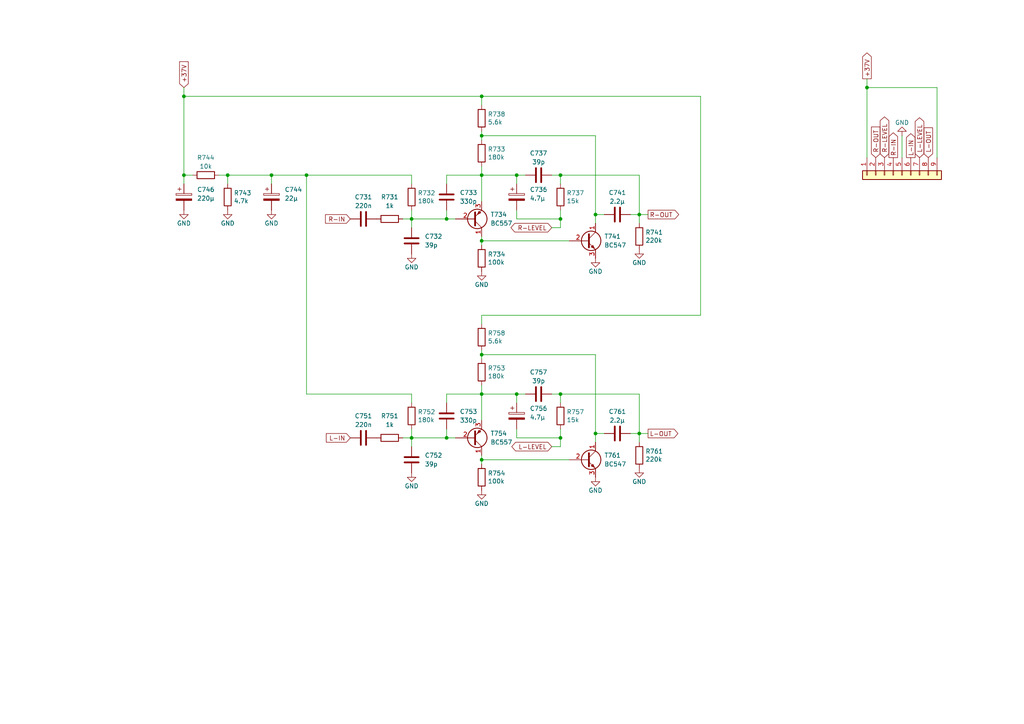
<source format=kicad_sch>
(kicad_sch (version 20230121) (generator eeschema)
  (paper "A4")
  (lib_symbols
    (symbol "Connector_Generic:Conn_01x09" (pin_names (offset 1.016) hide)
      (property "Reference" "J" (at 0 12.7 0))
      (property "Value" "Conn_01x09" (at 0 -12.7 0))
      (symbol "Conn_01x09_1_1"
        (rectangle (start -1.27 -10.033) (end 0 -10.287) (stroke (width 0.1524)))
        (rectangle (start -1.27 -7.493) (end 0 -7.747) (stroke (width 0.1524)))
        (rectangle (start -1.27 -4.953) (end 0 -5.207) (stroke (width 0.1524)))
        (rectangle (start -1.27 -2.413) (end 0 -2.667) (stroke (width 0.1524)))
        (rectangle (start -1.27 0.127) (end 0 -0.127) (stroke (width 0.1524)))
        (rectangle (start -1.27 2.667) (end 0 2.413) (stroke (width 0.1524)))
        (rectangle (start -1.27 5.207) (end 0 4.953) (stroke (width 0.1524)))
        (rectangle (start -1.27 7.747) (end 0 7.493) (stroke (width 0.1524)))
        (rectangle (start -1.27 10.287) (end 0 10.033) (stroke (width 0.1524)))
        (rectangle (start -1.27 11.43) (end 1.27 -11.43) (stroke (width 0.254)) (fill (type background)))
        (pin passive line (at -5.08 10.16 0) (length 3.81) (name "Pin_1") (number "1"))
        (pin passive line (at -5.08 7.62 0) (length 3.81) (name "Pin_2") (number "2"))
        (pin passive line (at -5.08 5.08 0) (length 3.81) (name "Pin_3") (number "3"))
        (pin passive line (at -5.08 2.54 0) (length 3.81) (name "Pin_4") (number "4"))
        (pin passive line (at -5.08 0 0) (length 3.81) (name "Pin_5") (number "5"))
        (pin passive line (at -5.08 -2.54 0) (length 3.81) (name "Pin_6") (number "6"))
        (pin passive line (at -5.08 -5.08 0) (length 3.81) (name "Pin_7") (number "7"))
        (pin passive line (at -5.08 -7.62 0) (length 3.81) (name "Pin_8") (number "8"))
        (pin passive line (at -5.08 -10.16 0) (length 3.81) (name "Pin_9") (number "9"))
      )
    )
    (symbol "Device:C" (pin_numbers hide) (pin_names (offset 0.254))
      (property "Reference" "C" (at 0.635 2.54 0))
      (property "Value" "C" (at 0.635 -2.54 0))
      (symbol "C_0_1"
        (polyline (pts (xy -2.032 -0.762) (xy 2.032 -0.762)) (stroke (width 0.508)))
        (polyline (pts (xy -2.032 0.762) (xy 2.032 0.762)) (stroke (width 0.508)))
      )
      (symbol "C_1_1"
        (pin passive line (at 0 3.81 270) (length 2.794) (name "~") (number "1"))
        (pin passive line (at 0 -3.81 90) (length 2.794) (name "~") (number "2"))
      )
    )
    (symbol "Device:C_Polarized" (pin_numbers hide) (pin_names (offset 0.254))
      (property "Reference" "C" (at 0.635 2.54 0))
      (property "Value" "C_Polarized" (at 0.635 -2.54 0))
      (symbol "C_Polarized_0_1"
        (rectangle (start -2.286 0.508) (end 2.286 1.016))
        (polyline (pts (xy -1.778 2.286) (xy -0.762 2.286)))
        (polyline (pts (xy -1.27 2.794) (xy -1.27 1.778)))
        (rectangle (start 2.286 -0.508) (end -2.286 -1.016) (fill (type outline)))
      )
      (symbol "C_Polarized_1_1"
        (pin passive line (at 0 3.81 270) (length 2.794) (name "~") (number "1"))
        (pin passive line (at 0 -3.81 90) (length 2.794) (name "~") (number "2"))
      )
    )
    (symbol "Device:R" (pin_numbers hide) (pin_names (offset 0))
      (property "Reference" "R" (at 2.032 0 90))
      (property "Value" "R" (at 0 0 90))
      (symbol "R_0_1"
        (rectangle (start -1.016 -2.54) (end 1.016 2.54) (stroke (width 0.254)))
      )
      (symbol "R_1_1"
        (pin passive line (at 0 3.81 270) (length 1.27) (name "~") (number "1"))
        (pin passive line (at 0 -3.81 90) (length 1.27) (name "~") (number "2"))
      )
    )
    (symbol "Transistor_BJT:BC550" (pin_names (offset 0) hide)
      (property "Reference" "Q" (at 5.08 1.905 0))
      (property "Value" "BC550" (at 5.08 0 0))
      (symbol "BC550_0_1"
        (polyline (pts (xy 0 0) (xy 0.635 0)))
        (polyline (pts (xy 0.635 0.635) (xy 2.54 2.54)))
        (polyline (pts (xy 0.635 -0.635) (xy 2.54 -2.54) (xy 2.54 -2.54)))
        (polyline (pts (xy 0.635 1.905) (xy 0.635 -1.905) (xy 0.635 -1.905)) (stroke (width 0.508)))
        (polyline (pts (xy 1.27 -1.778) (xy 1.778 -1.27) (xy 2.286 -2.286) (xy 1.27 -1.778) (xy 1.27 -1.778)) (fill (type outline)))
        (circle (center 1.27 0) (radius 2.8194) (stroke (width 0.254)))
      )
      (symbol "BC550_1_1"
        (pin passive line (at 2.54 5.08 270) (length 2.54) (name "C") (number "1"))
        (pin input line (at -5.08 0 0) (length 5.08) (name "B") (number "2"))
        (pin passive line (at 2.54 -5.08 90) (length 2.54) (name "E") (number "3"))
      )
    )
    (symbol "Transistor_BJT:BC560" (pin_names (offset 0) hide)
      (property "Reference" "Q" (at 5.08 1.905 0))
      (property "Value" "BC560" (at 5.08 0 0))
      (symbol "BC560_0_1"
        (polyline (pts (xy 0.635 0.635) (xy 2.54 2.54)))
        (polyline (pts (xy 0.635 -0.635) (xy 2.54 -2.54) (xy 2.54 -2.54)))
        (polyline (pts (xy 0.635 1.905) (xy 0.635 -1.905) (xy 0.635 -1.905)) (stroke (width 0.508)))
        (polyline (pts (xy 2.286 -1.778) (xy 1.778 -2.286) (xy 1.27 -1.27) (xy 2.286 -1.778) (xy 2.286 -1.778)) (fill (type outline)))
        (circle (center 1.27 0) (radius 2.8194) (stroke (width 0.254)))
      )
      (symbol "BC560_1_1"
        (pin passive line (at 2.54 5.08 270) (length 2.54) (name "C") (number "1"))
        (pin input line (at -5.08 0 0) (length 5.715) (name "B") (number "2"))
        (pin passive line (at 2.54 -5.08 90) (length 2.54) (name "E") (number "3"))
      )
    )
    (symbol "power:GND" (power) (pin_names (offset 0))
      (property "Value" "GND" (at 0 -3.81 0))
      (symbol "GND_0_1"
        (polyline (pts (xy 0 0) (xy 0 -1.27) (xy 1.27 -1.27) (xy 0 -2.54) (xy -1.27 -1.27) (xy 0 -1.27)))
      )
      (symbol "GND_1_1"
        (pin power_in line (at 0 0 270) (length 0) hide (name "GND") (number "1"))
      )
    )
  )
  (junction (at 129.54 63.5))
  (junction (at 139.7 69.85))
  (junction (at 162.56 50.8))
  (junction (at 185.42 62.23))
  (junction (at 119.38 63.5))
  (junction (at 139.7 114.3))
  (junction (at 172.72 125.73))
  (junction (at 66.04 50.8))
  (junction (at 162.56 114.3))
  (junction (at 149.86 50.8))
  (junction (at 172.72 62.23))
  (junction (at 162.56 127))
  (junction (at 185.42 125.73))
  (junction (at 139.7 27.94))
  (junction (at 139.7 39.37))
  (junction (at 129.54 127))
  (junction (at 139.7 133.35))
  (junction (at 88.9 50.8))
  (junction (at 139.7 102.87))
  (junction (at 53.34 50.8))
  (junction (at 162.56 63.5))
  (junction (at 53.34 27.94))
  (junction (at 119.38 127))
  (junction (at 251.46 25.4))
  (junction (at 149.86 114.3))
  (junction (at 139.7 50.8))
  (junction (at 78.74 50.8))
  (wire (pts (xy 129.54 127) (xy 132.08 127)))
  (wire (pts (xy 53.34 50.8) (xy 53.34 53.34)))
  (wire (pts (xy 139.7 132.08) (xy 139.7 133.35)))
  (wire (pts (xy 139.7 114.3) (xy 149.86 114.3)))
  (wire (pts (xy 160.02 129.54) (xy 162.56 129.54)))
  (wire (pts (xy 119.38 127) (xy 119.38 129.54)))
  (wire (pts (xy 119.38 63.5) (xy 119.38 66.04)))
  (wire (pts (xy 139.7 102.87) (xy 139.7 104.14)))
  (wire (pts (xy 172.72 62.23) (xy 175.26 62.23)))
  (wire (pts (xy 149.86 50.8) (xy 149.86 53.34)))
  (wire (pts (xy 172.72 62.23) (xy 172.72 39.37)))
  (wire (pts (xy 162.56 129.54) (xy 162.56 127)))
  (wire (pts (xy 251.46 45.72) (xy 251.46 25.4)))
  (wire (pts (xy 129.54 53.34) (xy 129.54 50.8)))
  (wire (pts (xy 139.7 48.26) (xy 139.7 50.8)))
  (wire (pts (xy 261.62 39.37) (xy 261.62 45.72)))
  (wire (pts (xy 251.46 22.86) (xy 251.46 25.4)))
  (wire (pts (xy 119.38 116.84) (xy 119.38 114.3)))
  (wire (pts (xy 139.7 114.3) (xy 139.7 121.92)))
  (wire (pts (xy 139.7 91.44) (xy 203.2 91.44)))
  (wire (pts (xy 129.54 114.3) (xy 129.54 116.84)))
  (wire (pts (xy 160.02 50.8) (xy 162.56 50.8)))
  (wire (pts (xy 116.84 63.5) (xy 119.38 63.5)))
  (wire (pts (xy 119.38 127) (xy 129.54 127)))
  (wire (pts (xy 203.2 91.44) (xy 203.2 27.94)))
  (wire (pts (xy 162.56 127) (xy 162.56 124.46)))
  (wire (pts (xy 182.88 125.73) (xy 185.42 125.73)))
  (wire (pts (xy 119.38 124.46) (xy 119.38 127)))
  (wire (pts (xy 172.72 125.73) (xy 172.72 102.87)))
  (wire (pts (xy 172.72 102.87) (xy 139.7 102.87)))
  (wire (pts (xy 172.72 64.77) (xy 172.72 62.23)))
  (wire (pts (xy 139.7 69.85) (xy 139.7 68.58)))
  (wire (pts (xy 185.42 114.3) (xy 185.42 125.73)))
  (wire (pts (xy 139.7 30.48) (xy 139.7 27.94)))
  (wire (pts (xy 78.74 53.34) (xy 78.74 50.8)))
  (wire (pts (xy 149.86 127) (xy 162.56 127)))
  (wire (pts (xy 185.42 125.73) (xy 185.42 128.27)))
  (wire (pts (xy 149.86 50.8) (xy 152.4 50.8)))
  (wire (pts (xy 162.56 50.8) (xy 162.56 53.34)))
  (wire (pts (xy 129.54 60.96) (xy 129.54 63.5)))
  (wire (pts (xy 149.86 116.84) (xy 149.86 114.3)))
  (wire (pts (xy 182.88 62.23) (xy 185.42 62.23)))
  (wire (pts (xy 139.7 114.3) (xy 129.54 114.3)))
  (wire (pts (xy 53.34 25.4) (xy 53.34 27.94)))
  (wire (pts (xy 129.54 124.46) (xy 129.54 127)))
  (wire (pts (xy 271.78 25.4) (xy 271.78 45.72)))
  (wire (pts (xy 160.02 66.04) (xy 162.56 66.04)))
  (wire (pts (xy 203.2 27.94) (xy 139.7 27.94)))
  (wire (pts (xy 139.7 101.6) (xy 139.7 102.87)))
  (wire (pts (xy 139.7 133.35) (xy 139.7 134.62)))
  (wire (pts (xy 119.38 50.8) (xy 119.38 53.34)))
  (wire (pts (xy 119.38 114.3) (xy 88.9 114.3)))
  (wire (pts (xy 129.54 50.8) (xy 139.7 50.8)))
  (wire (pts (xy 185.42 50.8) (xy 185.42 62.23)))
  (wire (pts (xy 63.5 50.8) (xy 66.04 50.8)))
  (wire (pts (xy 175.26 125.73) (xy 172.72 125.73)))
  (wire (pts (xy 66.04 50.8) (xy 66.04 53.34)))
  (wire (pts (xy 78.74 50.8) (xy 88.9 50.8)))
  (wire (pts (xy 139.7 27.94) (xy 53.34 27.94)))
  (wire (pts (xy 116.84 127) (xy 119.38 127)))
  (wire (pts (xy 165.1 69.85) (xy 139.7 69.85)))
  (wire (pts (xy 162.56 63.5) (xy 162.56 60.96)))
  (wire (pts (xy 149.86 63.5) (xy 162.56 63.5)))
  (wire (pts (xy 185.42 62.23) (xy 185.42 64.77)))
  (wire (pts (xy 88.9 114.3) (xy 88.9 50.8)))
  (wire (pts (xy 139.7 39.37) (xy 139.7 40.64)))
  (wire (pts (xy 53.34 27.94) (xy 53.34 50.8)))
  (wire (pts (xy 160.02 114.3) (xy 162.56 114.3)))
  (wire (pts (xy 139.7 39.37) (xy 139.7 38.1)))
  (wire (pts (xy 162.56 114.3) (xy 185.42 114.3)))
  (wire (pts (xy 185.42 62.23) (xy 187.96 62.23)))
  (wire (pts (xy 119.38 63.5) (xy 119.38 60.96)))
  (wire (pts (xy 139.7 50.8) (xy 149.86 50.8)))
  (wire (pts (xy 162.56 114.3) (xy 162.56 116.84)))
  (wire (pts (xy 149.86 114.3) (xy 152.4 114.3)))
  (wire (pts (xy 139.7 133.35) (xy 165.1 133.35)))
  (wire (pts (xy 139.7 93.98) (xy 139.7 91.44)))
  (wire (pts (xy 88.9 50.8) (xy 119.38 50.8)))
  (wire (pts (xy 129.54 63.5) (xy 132.08 63.5)))
  (wire (pts (xy 162.56 66.04) (xy 162.56 63.5)))
  (wire (pts (xy 139.7 69.85) (xy 139.7 71.12)))
  (wire (pts (xy 55.88 50.8) (xy 53.34 50.8)))
  (wire (pts (xy 149.86 60.96) (xy 149.86 63.5)))
  (wire (pts (xy 78.74 50.8) (xy 66.04 50.8)))
  (wire (pts (xy 149.86 124.46) (xy 149.86 127)))
  (wire (pts (xy 162.56 50.8) (xy 185.42 50.8)))
  (wire (pts (xy 129.54 63.5) (xy 119.38 63.5)))
  (wire (pts (xy 139.7 50.8) (xy 139.7 58.42)))
  (wire (pts (xy 172.72 125.73) (xy 172.72 128.27)))
  (wire (pts (xy 139.7 111.76) (xy 139.7 114.3)))
  (wire (pts (xy 172.72 39.37) (xy 139.7 39.37)))
  (wire (pts (xy 251.46 25.4) (xy 271.78 25.4)))
  (wire (pts (xy 185.42 125.73) (xy 187.96 125.73)))
  (global_label "L-IN" (shape input) (at 101.6 127 180) (property "Intersheetrefs" "${INTERSHEET_REFS}" (effects hide)))
  (global_label "L-LEVEL" (shape bidirectional) (at 160.02 129.54 180) (property "Intersheetrefs" "${INTERSHEET_REFS}" (effects hide)))
  (global_label "L-LEVEL" (shape bidirectional) (at 266.7 45.72 90) (property "Intersheetrefs" "${INTERSHEET_REFS}" (effects hide)))
  (global_label "L-OUT" (shape input) (at 269.24 45.72 90) (property "Intersheetrefs" "${INTERSHEET_REFS}" (effects hide)))
  (global_label "+37V" (shape input) (at 53.34 25.4 90) (property "Intersheetrefs" "${INTERSHEET_REFS}" (effects hide)))
  (global_label "R-OUT" (shape output) (at 187.96 62.23 0) (property "Intersheetrefs" "${INTERSHEET_REFS}" (effects hide)))
  (global_label "R-OUT" (shape input) (at 254 45.72 90) (property "Intersheetrefs" "${INTERSHEET_REFS}" (effects hide)))
  (global_label "R-LEVEL" (shape bidirectional) (at 256.54 45.72 90) (property "Intersheetrefs" "${INTERSHEET_REFS}" (effects hide)))
  (global_label "L-OUT" (shape output) (at 187.96 125.73 0) (property "Intersheetrefs" "${INTERSHEET_REFS}" (effects hide)))
  (global_label "R-IN" (shape output) (at 259.08 45.72 90) (property "Intersheetrefs" "${INTERSHEET_REFS}" (effects hide)))
  (global_label "L-IN" (shape output) (at 264.16 45.72 90) (property "Intersheetrefs" "${INTERSHEET_REFS}" (effects hide)))
  (global_label "R-LEVEL" (shape bidirectional) (at 160.02 66.04 180) (property "Intersheetrefs" "${INTERSHEET_REFS}" (effects hide)))
  (global_label "+37V" (shape output) (at 251.46 22.86 90) (property "Intersheetrefs" "${INTERSHEET_REFS}" (effects hide)))
  (global_label "R-IN" (shape input) (at 101.6 63.5 180) (property "Intersheetrefs" "${INTERSHEET_REFS}" (effects hide)))
  (symbol (lib_id "Connector_Generic:Conn_01x09") (at 261.62 50.8 90) (mirror x) (unit 1)
    (property "Reference" "J1" (effects hide))
    (property "Value" "Conn_01x09" (effects hide))
    (property "Footprint" "Library:Connector_01x09_5mm" (effects hide))
  )
  (symbol (lib_id "power:GND") (at 185.42 72.39 0) (unit 1)
    (property "Reference" "#PWR03" (effects hide))
    (property "Value" "GND" (at 185.42 76.2 0))
  )
  (symbol (lib_id "Transistor_BJT:BC560") (at 137.16 127 0) (mirror x) (unit 1)
    (property "Reference" "T754" (at 142.24 125.73 0) (effects (justify left)))
    (property "Value" "BC557" (at 142.24 128.27 0) (effects (justify left)))
    (property "Footprint" "Package_TO_SOT_THT:TO-92L_Wide" (effects hide))
    (property "Datasheet" "https://www.onsemi.com/pub/Collateral/BC556BTA-D.pdf" (effects hide))
  )
  (symbol (lib_id "Device:R") (at 139.7 138.43 0) (unit 1)
    (property "Reference" "R754" (at 141.478 137.2616 0) (effects (justify left)))
    (property "Value" "100k" (at 141.478 139.573 0) (effects (justify left)))
    (property "Footprint" "Resistor_THT:R_Axial_DIN0207_L6.3mm_D2.5mm_P10.16mm_Horizontal" (effects hide))
  )
  (symbol (lib_id "power:GND") (at 119.38 137.16 0) (unit 1)
    (property "Reference" "#PWR04" (effects hide))
    (property "Value" "GND" (at 119.38 140.97 0))
  )
  (symbol (lib_id "Device:R") (at 119.38 120.65 0) (unit 1)
    (property "Reference" "R752" (at 121.158 119.4816 0) (effects (justify left)))
    (property "Value" "180k" (at 121.158 121.793 0) (effects (justify left)))
    (property "Footprint" "Resistor_THT:R_Axial_DIN0207_L6.3mm_D2.5mm_P10.16mm_Horizontal" (effects hide))
  )
  (symbol (lib_id "Device:C_Polarized") (at 149.86 120.65 0) (unit 1)
    (property "Reference" "C756" (at 153.67 118.491 0) (effects (justify left)))
    (property "Value" "4.7µ" (at 153.67 121.031 0) (effects (justify left)))
    (property "Footprint" "Capacitor_THT:CP_Radial_D5.0mm_P2.00mm" (effects hide))
  )
  (symbol (lib_id "power:GND") (at 78.74 60.96 0) (unit 1)
    (property "Reference" "#PWR08" (effects hide))
    (property "Value" "GND" (at 78.74 64.77 0))
  )
  (symbol (lib_id "Device:C") (at 105.41 127 90) (unit 1)
    (property "Reference" "C751" (at 105.41 120.65 90))
    (property "Value" "220n" (at 105.41 123.19 90))
    (property "Footprint" "Capacitor_THT:C_Rect_L10.3mm_W5.0mm_P7.50mm_MKS4" (effects hide))
  )
  (symbol (lib_id "Device:C_Polarized") (at 149.86 57.15 0) (unit 1)
    (property "Reference" "C736" (at 153.67 54.991 0) (effects (justify left)))
    (property "Value" "4.7µ" (at 153.67 57.531 0) (effects (justify left)))
    (property "Footprint" "Capacitor_THT:CP_Radial_D5.0mm_P2.00mm" (effects hide))
  )
  (symbol (lib_id "Device:C") (at 179.07 62.23 90) (unit 1)
    (property "Reference" "C741" (at 179.07 55.88 90))
    (property "Value" "2.2µ" (at 179.07 58.42 90))
    (property "Footprint" "Capacitor_THT:C_Rect_L7.2mm_W7.2mm_P5.00mm_FKS2_FKP2_MKS2_MKP2" (effects hide))
  )
  (symbol (lib_id "Device:R") (at 59.69 50.8 90) (unit 1)
    (property "Reference" "R744" (at 59.69 45.72 90))
    (property "Value" "10k" (at 59.69 48.26 90))
    (property "Footprint" "Resistor_THT:R_Axial_DIN0207_L6.3mm_D2.5mm_P10.16mm_Horizontal" (effects hide))
  )
  (symbol (lib_id "Device:C_Polarized") (at 53.34 57.15 0) (unit 1)
    (property "Reference" "C746" (at 57.15 54.991 0) (effects (justify left)))
    (property "Value" "220µ" (at 57.15 57.531 0) (effects (justify left)))
    (property "Footprint" "Capacitor_THT:CP_Radial_D10.0mm_P5.00mm" (effects hide))
  )
  (symbol (lib_id "Device:C") (at 179.07 125.73 90) (unit 1)
    (property "Reference" "C761" (at 179.07 119.38 90))
    (property "Value" "2.2µ" (at 179.07 121.92 90))
    (property "Footprint" "Capacitor_THT:C_Rect_L7.2mm_W7.2mm_P5.00mm_FKS2_FKP2_MKS2_MKP2" (effects hide))
  )
  (symbol (lib_id "power:GND") (at 139.7 142.24 0) (unit 1)
    (property "Reference" "#PWR05" (effects hide))
    (property "Value" "GND" (at 139.7 146.05 0))
  )
  (symbol (lib_id "Transistor_BJT:BC550") (at 170.18 69.85 0) (unit 1)
    (property "Reference" "T741" (at 175.26 68.58 0) (effects (justify left)))
    (property "Value" "BC547" (at 175.26 71.12 0) (effects (justify left)))
    (property "Footprint" "Package_TO_SOT_THT:TO-92L_Wide" (effects hide))
    (property "Datasheet" "https://www.onsemi.com/pub/Collateral/BC550-D.pdf" (effects hide))
  )
  (symbol (lib_id "power:GND") (at 261.62 39.37 180) (unit 1)
    (property "Reference" "#PWR011" (effects hide))
    (property "Value" "GND" (at 261.62 35.56 0))
  )
  (symbol (lib_id "Device:R") (at 162.56 57.15 0) (unit 1)
    (property "Reference" "R737" (at 164.338 55.9816 0) (effects (justify left)))
    (property "Value" "15k" (at 164.338 58.293 0) (effects (justify left)))
    (property "Footprint" "Resistor_THT:R_Axial_DIN0207_L6.3mm_D2.5mm_P10.16mm_Horizontal" (effects hide))
  )
  (symbol (lib_id "Device:C") (at 156.21 114.3 90) (unit 1)
    (property "Reference" "C757" (at 156.21 107.95 90))
    (property "Value" "39p" (at 156.21 110.49 90))
    (property "Footprint" "Capacitor_THT:C_Disc_D4.3mm_W1.9mm_P5.00mm" (effects hide))
  )
  (symbol (lib_id "power:GND") (at 185.42 135.89 0) (unit 1)
    (property "Reference" "#PWR07" (effects hide))
    (property "Value" "GND" (at 185.42 139.7 0))
  )
  (symbol (lib_id "power:GND") (at 172.72 138.43 0) (unit 1)
    (property "Reference" "#PWR06" (effects hide))
    (property "Value" "GND" (at 172.72 142.24 0))
  )
  (symbol (lib_id "Device:R") (at 113.03 63.5 90) (unit 1)
    (property "Reference" "R731" (at 113.03 57.15 90))
    (property "Value" "1k" (at 113.03 59.69 90))
    (property "Footprint" "Resistor_THT:R_Axial_DIN0207_L6.3mm_D2.5mm_P10.16mm_Horizontal" (effects hide))
  )
  (symbol (lib_id "Device:C") (at 156.21 50.8 90) (unit 1)
    (property "Reference" "C737" (at 156.21 44.45 90))
    (property "Value" "39p" (at 156.21 46.99 90))
    (property "Footprint" "Capacitor_THT:C_Disc_D4.3mm_W1.9mm_P5.00mm" (effects hide))
  )
  (symbol (lib_id "Device:C") (at 105.41 63.5 90) (unit 1)
    (property "Reference" "C731" (at 105.41 57.15 90))
    (property "Value" "220n" (at 105.41 59.69 90))
    (property "Footprint" "Capacitor_THT:C_Rect_L10.3mm_W5.0mm_P7.50mm_MKS4" (effects hide))
  )
  (symbol (lib_id "power:GND") (at 53.34 60.96 0) (unit 1)
    (property "Reference" "#PWR010" (effects hide))
    (property "Value" "GND" (at 53.34 64.77 0))
  )
  (symbol (lib_id "Device:R") (at 66.04 57.15 0) (unit 1)
    (property "Reference" "R743" (at 67.818 55.9816 0) (effects (justify left)))
    (property "Value" "4.7k" (at 67.818 58.293 0) (effects (justify left)))
    (property "Footprint" "Resistor_THT:R_Axial_DIN0207_L6.3mm_D2.5mm_P10.16mm_Horizontal" (effects hide))
  )
  (symbol (lib_id "Device:R") (at 139.7 107.95 0) (unit 1)
    (property "Reference" "R753" (at 141.478 106.7816 0) (effects (justify left)))
    (property "Value" "180k" (at 141.478 109.093 0) (effects (justify left)))
    (property "Footprint" "Resistor_THT:R_Axial_DIN0207_L6.3mm_D2.5mm_P10.16mm_Horizontal" (effects hide))
  )
  (symbol (lib_id "power:GND") (at 172.72 74.93 0) (unit 1)
    (property "Reference" "#PWR02" (effects hide))
    (property "Value" "GND" (at 172.72 78.74 0))
  )
  (symbol (lib_id "Device:R") (at 139.7 97.79 0) (unit 1)
    (property "Reference" "R758" (at 141.478 96.6216 0) (effects (justify left)))
    (property "Value" "5.6k" (at 141.478 98.933 0) (effects (justify left)))
    (property "Footprint" "Resistor_THT:R_Axial_DIN0207_L6.3mm_D2.5mm_P10.16mm_Horizontal" (effects hide))
  )
  (symbol (lib_id "Device:C") (at 129.54 57.15 180) (unit 1)
    (property "Reference" "C733" (at 133.35 55.88 0) (effects (justify right)))
    (property "Value" "330p" (at 133.35 58.42 0) (effects (justify right)))
    (property "Footprint" "Capacitor_THT:C_Disc_D4.3mm_W1.9mm_P5.00mm" (effects hide))
  )
  (symbol (lib_id "Device:R") (at 113.03 127 90) (unit 1)
    (property "Reference" "R751" (at 113.03 120.65 90))
    (property "Value" "1k" (at 113.03 123.19 90))
    (property "Footprint" "Resistor_THT:R_Axial_DIN0207_L6.3mm_D2.5mm_P10.16mm_Horizontal" (effects hide))
  )
  (symbol (lib_id "Device:R") (at 162.56 120.65 0) (unit 1)
    (property "Reference" "R757" (at 164.338 119.4816 0) (effects (justify left)))
    (property "Value" "15k" (at 164.338 121.793 0) (effects (justify left)))
    (property "Footprint" "Resistor_THT:R_Axial_DIN0207_L6.3mm_D2.5mm_P10.16mm_Horizontal" (effects hide))
  )
  (symbol (lib_id "Device:R") (at 139.7 44.45 0) (unit 1)
    (property "Reference" "R733" (at 141.478 43.2816 0) (effects (justify left)))
    (property "Value" "180k" (at 141.478 45.593 0) (effects (justify left)))
    (property "Footprint" "Resistor_THT:R_Axial_DIN0207_L6.3mm_D2.5mm_P10.16mm_Horizontal" (effects hide))
  )
  (symbol (lib_id "power:GND") (at 119.38 73.66 0) (unit 1)
    (property "Reference" "#PWR0103" (effects hide))
    (property "Value" "GND" (at 119.38 77.47 0))
  )
  (symbol (lib_id "power:GND") (at 66.04 60.96 0) (unit 1)
    (property "Reference" "#PWR09" (effects hide))
    (property "Value" "GND" (at 66.04 64.77 0))
  )
  (symbol (lib_id "Transistor_BJT:BC560") (at 137.16 63.5 0) (mirror x) (unit 1)
    (property "Reference" "T734" (at 142.24 62.23 0) (effects (justify left)))
    (property "Value" "BC557" (at 142.24 64.77 0) (effects (justify left)))
    (property "Footprint" "Package_TO_SOT_THT:TO-92L_Wide" (effects hide))
    (property "Datasheet" "https://www.onsemi.com/pub/Collateral/BC556BTA-D.pdf" (effects hide))
  )
  (symbol (lib_id "Device:R") (at 185.42 68.58 0) (unit 1)
    (property "Reference" "R741" (at 187.198 67.4116 0) (effects (justify left)))
    (property "Value" "220k" (at 187.198 69.723 0) (effects (justify left)))
    (property "Footprint" "Resistor_THT:R_Axial_DIN0207_L6.3mm_D2.5mm_P10.16mm_Horizontal" (effects hide))
  )
  (symbol (lib_id "Transistor_BJT:BC550") (at 170.18 133.35 0) (unit 1)
    (property "Reference" "T761" (at 175.26 132.08 0) (effects (justify left)))
    (property "Value" "BC547" (at 175.26 134.62 0) (effects (justify left)))
    (property "Footprint" "Package_TO_SOT_THT:TO-92L_Wide" (effects hide))
    (property "Datasheet" "https://www.onsemi.com/pub/Collateral/BC550-D.pdf" (effects hide))
  )
  (symbol (lib_id "Device:R") (at 139.7 74.93 0) (unit 1)
    (property "Reference" "R734" (at 141.478 73.7616 0) (effects (justify left)))
    (property "Value" "100k" (at 141.478 76.073 0) (effects (justify left)))
    (property "Footprint" "Resistor_THT:R_Axial_DIN0207_L6.3mm_D2.5mm_P10.16mm_Horizontal" (effects hide))
  )
  (symbol (lib_id "Device:C") (at 129.54 120.65 180) (unit 1)
    (property "Reference" "C753" (at 133.35 119.38 0) (effects (justify right)))
    (property "Value" "330p" (at 133.35 121.92 0) (effects (justify right)))
    (property "Footprint" "Capacitor_THT:C_Disc_D4.3mm_W1.9mm_P5.00mm" (effects hide))
  )
  (symbol (lib_id "Device:R") (at 185.42 132.08 0) (unit 1)
    (property "Reference" "R761" (at 187.198 130.9116 0) (effects (justify left)))
    (property "Value" "220k" (at 187.198 133.223 0) (effects (justify left)))
    (property "Footprint" "Resistor_THT:R_Axial_DIN0207_L6.3mm_D2.5mm_P10.16mm_Horizontal" (effects hide))
  )
  (symbol (lib_id "Device:R") (at 139.7 34.29 0) (unit 1)
    (property "Reference" "R738" (at 141.478 33.1216 0) (effects (justify left)))
    (property "Value" "5.6k" (at 141.478 35.433 0) (effects (justify left)))
    (property "Footprint" "Resistor_THT:R_Axial_DIN0207_L6.3mm_D2.5mm_P10.16mm_Horizontal" (effects hide))
  )
  (symbol (lib_id "Device:C") (at 119.38 133.35 0) (unit 1)
    (property "Reference" "C752" (at 123.19 132.08 0) (effects (justify left)))
    (property "Value" "39p" (at 123.19 134.62 0) (effects (justify left)))
    (property "Footprint" "Capacitor_THT:C_Disc_D4.3mm_W1.9mm_P5.00mm" (effects hide))
  )
  (symbol (lib_id "Device:C_Polarized") (at 78.74 57.15 0) (unit 1)
    (property "Reference" "C744" (at 82.55 54.991 0) (effects (justify left)))
    (property "Value" "22µ" (at 82.55 57.531 0) (effects (justify left)))
    (property "Footprint" "Capacitor_THT:CP_Radial_D5.0mm_P2.00mm" (effects hide))
  )
  (symbol (lib_id "power:GND") (at 139.7 78.74 0) (unit 1)
    (property "Reference" "#PWR01" (effects hide))
    (property "Value" "GND" (at 139.7 82.55 0))
  )
  (symbol (lib_id "Device:C") (at 119.38 69.85 0) (unit 1)
    (property "Reference" "C732" (at 123.19 68.58 0) (effects (justify left)))
    (property "Value" "39p" (at 123.19 71.12 0) (effects (justify left)))
    (property "Footprint" "Capacitor_THT:C_Disc_D4.3mm_W1.9mm_P5.00mm" (effects hide))
  )
  (symbol (lib_id "Device:R") (at 119.38 57.15 0) (unit 1)
    (property "Reference" "R732" (at 121.158 55.9816 0) (effects (justify left)))
    (property "Value" "180k" (at 121.158 58.293 0) (effects (justify left)))
    (property "Footprint" "Resistor_THT:R_Axial_DIN0207_L6.3mm_D2.5mm_P10.16mm_Horizontal" (effects hide))
  )
)
</source>
